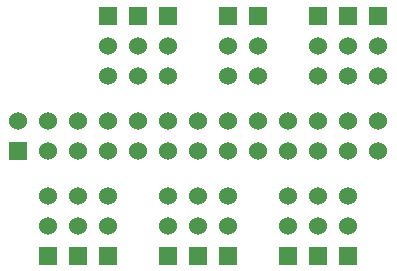
<source format=gbs>
G04 (created by PCBNEW (2013-04-19 BZR 4011)-stable) date 21/10/2014 12:48:18*
%MOIN*%
G04 Gerber Fmt 3.4, Leading zero omitted, Abs format*
%FSLAX34Y34*%
G01*
G70*
G90*
G04 APERTURE LIST*
%ADD10C,0*%
%ADD11R,0.06X0.06*%
%ADD12C,0.06*%
G04 APERTURE END LIST*
G54D10*
G54D11*
X1000Y-5500D03*
G54D12*
X1000Y-4500D03*
X2000Y-5500D03*
X2000Y-4500D03*
X3000Y-5500D03*
X3000Y-4500D03*
X4000Y-5500D03*
X4000Y-4500D03*
X5000Y-5500D03*
X5000Y-4500D03*
X6000Y-5500D03*
X6000Y-4500D03*
X7000Y-5500D03*
X7000Y-4500D03*
X8000Y-5500D03*
X8000Y-4500D03*
X9000Y-5500D03*
X9000Y-4500D03*
X10000Y-5500D03*
X10000Y-4500D03*
X11000Y-5500D03*
X11000Y-4500D03*
X12000Y-5500D03*
X12000Y-4500D03*
X13000Y-5500D03*
X13000Y-4500D03*
G54D11*
X4000Y-9000D03*
G54D12*
X4000Y-8000D03*
X4000Y-7000D03*
G54D11*
X7000Y-9000D03*
G54D12*
X7000Y-8000D03*
X7000Y-7000D03*
G54D11*
X10000Y-9000D03*
G54D12*
X10000Y-8000D03*
X10000Y-7000D03*
G54D11*
X12000Y-9000D03*
G54D12*
X12000Y-8000D03*
X12000Y-7000D03*
G54D11*
X8000Y-9000D03*
G54D12*
X8000Y-8000D03*
X8000Y-7000D03*
G54D11*
X11000Y-9000D03*
G54D12*
X11000Y-8000D03*
X11000Y-7000D03*
G54D11*
X6000Y-9000D03*
G54D12*
X6000Y-8000D03*
X6000Y-7000D03*
G54D11*
X8000Y-1000D03*
G54D12*
X8000Y-2000D03*
X8000Y-3000D03*
G54D11*
X9000Y-1000D03*
G54D12*
X9000Y-2000D03*
X9000Y-3000D03*
G54D11*
X11000Y-1000D03*
G54D12*
X11000Y-2000D03*
X11000Y-3000D03*
G54D11*
X12000Y-1000D03*
G54D12*
X12000Y-2000D03*
X12000Y-3000D03*
G54D11*
X13000Y-1000D03*
G54D12*
X13000Y-2000D03*
X13000Y-3000D03*
G54D11*
X3000Y-9000D03*
G54D12*
X3000Y-8000D03*
X3000Y-7000D03*
G54D11*
X5000Y-1000D03*
G54D12*
X5000Y-2000D03*
X5000Y-3000D03*
G54D11*
X2000Y-9000D03*
G54D12*
X2000Y-8000D03*
X2000Y-7000D03*
G54D11*
X4000Y-1000D03*
G54D12*
X4000Y-2000D03*
X4000Y-3000D03*
G54D11*
X6000Y-1000D03*
G54D12*
X6000Y-2000D03*
X6000Y-3000D03*
M02*

</source>
